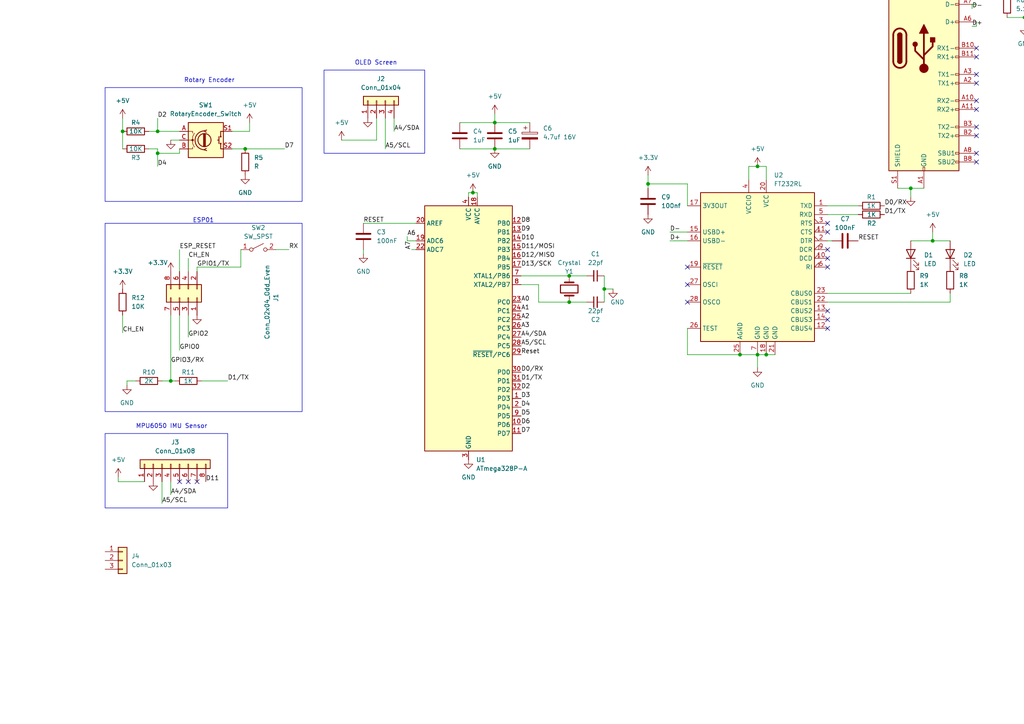
<source format=kicad_sch>
(kicad_sch (version 20230121) (generator eeschema)
  (paper "A4")
  (title_block (rev "v1"))
  (lib_symbols
    (symbol "Connector:USB_C_Plug" (pin_names (offset 1.016))
      (property "Reference" "P" (at -10.16 29.21 0))
      (property "Value" "USB_C_Plug" (at 10.16 29.21 0))
      (symbol "USB_C_Plug_0_0"
        (rectangle (start -0.254 -35.56) (end 0.254 -34.544))
        (rectangle (start 10.16 -32.766) (end 9.144 -33.274))
        (rectangle (start 10.16 -30.226) (end 9.144 -30.734))
        (rectangle (start 10.16 -25.146) (end 9.144 -25.654))
        (rectangle (start 10.16 -22.606) (end 9.144 -23.114))
        (rectangle (start 10.16 -17.526) (end 9.144 -18.034))
        (rectangle (start 10.16 -14.986) (end 9.144 -15.494))
        (rectangle (start 10.16 -9.906) (end 9.144 -10.414))
        (rectangle (start 10.16 -7.366) (end 9.144 -7.874))
        (rectangle (start 10.16 -2.286) (end 9.144 -2.794))
        (rectangle (start 10.16 0.254) (end 9.144 -0.254))
        (rectangle (start 10.16 7.874) (end 9.144 7.366))
        (rectangle (start 10.16 12.954) (end 9.144 12.446))
        (rectangle (start 10.16 18.034) (end 9.144 17.526))
        (rectangle (start 10.16 20.574) (end 9.144 20.066))
        (rectangle (start 10.16 25.654) (end 9.144 25.146))
      )
      (symbol "USB_C_Plug_0_1"
        (rectangle (start -10.16 27.94) (end 10.16 -35.56) (stroke (width 0.254)) (fill (type background)))
        (arc (start -8.89 -3.81) (mid -6.985 -5.7067) (end -5.08 -3.81) (stroke (width 0.508)))
        (arc (start -7.62 -3.81) (mid -6.985 -4.4423) (end -6.35 -3.81) (stroke (width 0.254)))
        (arc (start -7.62 -3.81) (mid -6.985 -4.4423) (end -6.35 -3.81) (stroke (width 0.254)) (fill (type outline)))
        (rectangle (start -7.62 -3.81) (end -6.35 3.81) (stroke (width 0.254)) (fill (type outline)))
        (arc (start -6.35 3.81) (mid -6.985 4.4423) (end -7.62 3.81) (stroke (width 0.254)))
        (arc (start -6.35 3.81) (mid -6.985 4.4423) (end -7.62 3.81) (stroke (width 0.254)) (fill (type outline)))
        (arc (start -5.08 3.81) (mid -6.985 5.7067) (end -8.89 3.81) (stroke (width 0.508)))
        (polyline (pts (xy -8.89 -3.81) (xy -8.89 3.81)) (stroke (width 0.508)))
        (polyline (pts (xy -5.08 3.81) (xy -5.08 -3.81)) (stroke (width 0.508)))
      )
      (symbol "USB_C_Plug_1_1"
        (circle (center -2.54 1.143) (radius 0.635) (stroke (width 0.254)) (fill (type outline)))
        (circle (center 0 -5.842) (radius 1.27) (fill (type outline)))
        (polyline (pts (xy 0 -5.842) (xy 0 4.318)) (stroke (width 0.508)))
        (polyline (pts (xy 0 -3.302) (xy -2.54 -0.762) (xy -2.54 0.508)) (stroke (width 0.508)))
        (polyline (pts (xy 0 -2.032) (xy 2.54 0.508) (xy 2.54 1.778)) (stroke (width 0.508)))
        (polyline (pts (xy -1.27 4.318) (xy 0 6.858) (xy 1.27 4.318) (xy -1.27 4.318)) (stroke (width 0.254)) (fill (type outline)))
        (rectangle (start 1.905 1.778) (end 3.175 3.048) (stroke (width 0.254)) (fill (type outline)))
        (pin passive line (at 0 -40.64 90) (length 5.08) (name "GND") (number "A1"))
        (pin bidirectional line (at 15.24 -15.24 180) (length 5.08) (name "RX2-") (number "A10"))
        (pin bidirectional line (at 15.24 -17.78 180) (length 5.08) (name "RX2+") (number "A11"))
        (pin passive line (at 0 -40.64 90) (length 5.08) hide (name "GND") (number "A12"))
        (pin bidirectional line (at 15.24 -10.16 180) (length 5.08) (name "TX1+") (number "A2"))
        (pin bidirectional line (at 15.24 -7.62 180) (length 5.08) (name "TX1-") (number "A3"))
        (pin passive line (at 15.24 25.4 180) (length 5.08) (name "VBUS") (number "A4"))
        (pin bidirectional line (at 15.24 20.32 180) (length 5.08) (name "CC") (number "A5"))
        (pin bidirectional line (at 15.24 7.62 180) (length 5.08) (name "D+") (number "A6"))
        (pin bidirectional line (at 15.24 12.7 180) (length 5.08) (name "D-") (number "A7"))
        (pin bidirectional line (at 15.24 -30.48 180) (length 5.08) (name "SBU1") (number "A8"))
        (pin passive line (at 15.24 25.4 180) (length 5.08) hide (name "VBUS") (number "A9"))
        (pin passive line (at 0 -40.64 90) (length 5.08) hide (name "GND") (number "B1"))
        (pin bidirectional line (at 15.24 0 180) (length 5.08) (name "RX1-") (number "B10"))
        (pin bidirectional line (at 15.24 -2.54 180) (length 5.08) (name "RX1+") (number "B11"))
        (pin passive line (at 0 -40.64 90) (length 5.08) hide (name "GND") (number "B12"))
        (pin bidirectional line (at 15.24 -25.4 180) (length 5.08) (name "TX2+") (number "B2"))
        (pin bidirectional line (at 15.24 -22.86 180) (length 5.08) (name "TX2-") (number "B3"))
        (pin passive line (at 15.24 25.4 180) (length 5.08) hide (name "VBUS") (number "B4"))
        (pin bidirectional line (at 15.24 17.78 180) (length 5.08) (name "VCONN") (number "B5"))
        (pin bidirectional line (at 15.24 -33.02 180) (length 5.08) (name "SBU2") (number "B8"))
        (pin passive line (at 15.24 25.4 180) (length 5.08) hide (name "VBUS") (number "B9"))
        (pin passive line (at -7.62 -40.64 90) (length 5.08) (name "SHIELD") (number "S1"))
      )
    )
    (symbol "Connector_Generic:Conn_01x03" (pin_names (offset 1.016) hide)
      (property "Reference" "J" (at 0 5.08 0))
      (property "Value" "Conn_01x03" (at 0 -5.08 0))
      (symbol "Conn_01x03_1_1"
        (rectangle (start -1.27 -2.413) (end 0 -2.667) (stroke (width 0.1524)))
        (rectangle (start -1.27 0.127) (end 0 -0.127) (stroke (width 0.1524)))
        (rectangle (start -1.27 2.667) (end 0 2.413) (stroke (width 0.1524)))
        (rectangle (start -1.27 3.81) (end 1.27 -3.81) (stroke (width 0.254)) (fill (type background)))
        (pin passive line (at -5.08 2.54 0) (length 3.81) (name "Pin_1") (number "1"))
        (pin passive line (at -5.08 0 0) (length 3.81) (name "Pin_2") (number "2"))
        (pin passive line (at -5.08 -2.54 0) (length 3.81) (name "Pin_3") (number "3"))
      )
    )
    (symbol "Connector_Generic:Conn_01x04" (pin_names (offset 1.016) hide)
      (property "Reference" "J" (at 0 5.08 0))
      (property "Value" "Conn_01x04" (at 0 -7.62 0))
      (symbol "Conn_01x04_1_1"
        (rectangle (start -1.27 -4.953) (end 0 -5.207) (stroke (width 0.1524)))
        (rectangle (start -1.27 -2.413) (end 0 -2.667) (stroke (width 0.1524)))
        (rectangle (start -1.27 0.127) (end 0 -0.127) (stroke (width 0.1524)))
        (rectangle (start -1.27 2.667) (end 0 2.413) (stroke (width 0.1524)))
        (rectangle (start -1.27 3.81) (end 1.27 -6.35) (stroke (width 0.254)) (fill (type background)))
        (pin passive line (at -5.08 2.54 0) (length 3.81) (name "Pin_1") (number "1"))
        (pin passive line (at -5.08 0 0) (length 3.81) (name "Pin_2") (number "2"))
        (pin passive line (at -5.08 -2.54 0) (length 3.81) (name "Pin_3") (number "3"))
        (pin passive line (at -5.08 -5.08 0) (length 3.81) (name "Pin_4") (number "4"))
      )
    )
    (symbol "Connector_Generic:Conn_01x08" (pin_names (offset 1.016) hide)
      (property "Reference" "J" (at 0 10.16 0))
      (property "Value" "Conn_01x08" (at 0 -12.7 0))
      (symbol "Conn_01x08_1_1"
        (rectangle (start -1.27 -10.033) (end 0 -10.287) (stroke (width 0.1524)))
        (rectangle (start -1.27 -7.493) (end 0 -7.747) (stroke (width 0.1524)))
        (rectangle (start -1.27 -4.953) (end 0 -5.207) (stroke (width 0.1524)))
        (rectangle (start -1.27 -2.413) (end 0 -2.667) (stroke (width 0.1524)))
        (rectangle (start -1.27 0.127) (end 0 -0.127) (stroke (width 0.1524)))
        (rectangle (start -1.27 2.667) (end 0 2.413) (stroke (width 0.1524)))
        (rectangle (start -1.27 5.207) (end 0 4.953) (stroke (width 0.1524)))
        (rectangle (start -1.27 7.747) (end 0 7.493) (stroke (width 0.1524)))
        (rectangle (start -1.27 8.89) (end 1.27 -11.43) (stroke (width 0.254)) (fill (type background)))
        (pin passive line (at -5.08 7.62 0) (length 3.81) (name "Pin_1") (number "1"))
        (pin passive line (at -5.08 5.08 0) (length 3.81) (name "Pin_2") (number "2"))
        (pin passive line (at -5.08 2.54 0) (length 3.81) (name "Pin_3") (number "3"))
        (pin passive line (at -5.08 0 0) (length 3.81) (name "Pin_4") (number "4"))
        (pin passive line (at -5.08 -2.54 0) (length 3.81) (name "Pin_5") (number "5"))
        (pin passive line (at -5.08 -5.08 0) (length 3.81) (name "Pin_6") (number "6"))
        (pin passive line (at -5.08 -7.62 0) (length 3.81) (name "Pin_7") (number "7"))
        (pin passive line (at -5.08 -10.16 0) (length 3.81) (name "Pin_8") (number "8"))
      )
    )
    (symbol "Connector_Generic:Conn_02x04_Odd_Even" (pin_names (offset 1.016) hide)
      (property "Reference" "J" (at 1.27 5.08 0))
      (property "Value" "Conn_02x04_Odd_Even" (at 1.27 -7.62 0))
      (symbol "Conn_02x04_Odd_Even_1_1"
        (rectangle (start -1.27 -4.953) (end 0 -5.207) (stroke (width 0.1524)))
        (rectangle (start -1.27 -2.413) (end 0 -2.667) (stroke (width 0.1524)))
        (rectangle (start -1.27 0.127) (end 0 -0.127) (stroke (width 0.1524)))
        (rectangle (start -1.27 2.667) (end 0 2.413) (stroke (width 0.1524)))
        (rectangle (start -1.27 3.81) (end 3.81 -6.35) (stroke (width 0.254)) (fill (type background)))
        (rectangle (start 3.81 -4.953) (end 2.54 -5.207) (stroke (width 0.1524)))
        (rectangle (start 3.81 -2.413) (end 2.54 -2.667) (stroke (width 0.1524)))
        (rectangle (start 3.81 0.127) (end 2.54 -0.127) (stroke (width 0.1524)))
        (rectangle (start 3.81 2.667) (end 2.54 2.413) (stroke (width 0.1524)))
        (pin passive line (at -5.08 2.54 0) (length 3.81) (name "Pin_1") (number "1"))
        (pin passive line (at 7.62 2.54 180) (length 3.81) (name "Pin_2") (number "2"))
        (pin passive line (at -5.08 0 0) (length 3.81) (name "Pin_3") (number "3"))
        (pin passive line (at 7.62 0 180) (length 3.81) (name "Pin_4") (number "4"))
        (pin passive line (at -5.08 -2.54 0) (length 3.81) (name "Pin_5") (number "5"))
        (pin passive line (at 7.62 -2.54 180) (length 3.81) (name "Pin_6") (number "6"))
        (pin passive line (at -5.08 -5.08 0) (length 3.81) (name "Pin_7") (number "7"))
        (pin passive line (at 7.62 -5.08 180) (length 3.81) (name "Pin_8") (number "8"))
      )
    )
    (symbol "Device:C" (pin_numbers hide) (pin_names (offset 0.254))
      (property "Reference" "C" (at 0.635 2.54 0))
      (property "Value" "C" (at 0.635 -2.54 0))
      (symbol "C_0_1"
        (polyline (pts (xy -2.032 -0.762) (xy 2.032 -0.762)) (stroke (width 0.508)))
        (polyline (pts (xy -2.032 0.762) (xy 2.032 0.762)) (stroke (width 0.508)))
      )
      (symbol "C_1_1"
        (pin passive line (at 0 3.81 270) (length 2.794) (name "~") (number "1"))
        (pin passive line (at 0 -3.81 90) (length 2.794) (name "~") (number "2"))
      )
    )
    (symbol "Device:C_Polarized" (pin_numbers hide) (pin_names (offset 0.254))
      (property "Reference" "C" (at 0.635 2.54 0))
      (property "Value" "C_Polarized" (at 0.635 -2.54 0))
      (symbol "C_Polarized_0_1"
        (rectangle (start -2.286 0.508) (end 2.286 1.016))
        (polyline (pts (xy -1.778 2.286) (xy -0.762 2.286)))
        (polyline (pts (xy -1.27 2.794) (xy -1.27 1.778)))
        (rectangle (start 2.286 -0.508) (end -2.286 -1.016) (fill (type outline)))
      )
      (symbol "C_Polarized_1_1"
        (pin passive line (at 0 3.81 270) (length 2.794) (name "~") (number "1"))
        (pin passive line (at 0 -3.81 90) (length 2.794) (name "~") (number "2"))
      )
    )
    (symbol "Device:C_Small" (pin_numbers hide) (pin_names (offset 0.254) hide)
      (property "Reference" "C" (at 0.254 1.778 0))
      (property "Value" "C_Small" (at 0.254 -2.032 0))
      (symbol "C_Small_0_1"
        (polyline (pts (xy -1.524 -0.508) (xy 1.524 -0.508)) (stroke (width 0.3302)))
        (polyline (pts (xy -1.524 0.508) (xy 1.524 0.508)) (stroke (width 0.3048)))
      )
      (symbol "C_Small_1_1"
        (pin passive line (at 0 2.54 270) (length 2.032) (name "~") (number "1"))
        (pin passive line (at 0 -2.54 90) (length 2.032) (name "~") (number "2"))
      )
    )
    (symbol "Device:Crystal" (pin_numbers hide) (pin_names (offset 1.016) hide)
      (property "Reference" "Y" (at 0 3.81 0))
      (property "Value" "Crystal" (at 0 -3.81 0))
      (symbol "Crystal_0_1"
        (rectangle (start -1.143 2.54) (end 1.143 -2.54) (stroke (width 0.3048)))
        (polyline (pts (xy -2.54 0) (xy -1.905 0)))
        (polyline (pts (xy -1.905 -1.27) (xy -1.905 1.27)) (stroke (width 0.508)))
        (polyline (pts (xy 1.905 -1.27) (xy 1.905 1.27)) (stroke (width 0.508)))
        (polyline (pts (xy 2.54 0) (xy 1.905 0)))
      )
      (symbol "Crystal_1_1"
        (pin passive line (at -3.81 0 0) (length 1.27) (name "1") (number "1"))
        (pin passive line (at 3.81 0 180) (length 1.27) (name "2") (number "2"))
      )
    )
    (symbol "Device:LED" (pin_numbers hide) (pin_names (offset 1.016) hide)
      (property "Reference" "D" (at 0 2.54 0))
      (property "Value" "LED" (at 0 -2.54 0))
      (symbol "LED_0_1"
        (polyline (pts (xy -1.27 -1.27) (xy -1.27 1.27)) (stroke (width 0.254)))
        (polyline (pts (xy -1.27 0) (xy 1.27 0)))
        (polyline (pts (xy 1.27 -1.27) (xy 1.27 1.27) (xy -1.27 0) (xy 1.27 -1.27)) (stroke (width 0.254)))
        (polyline (pts (xy -3.048 -0.762) (xy -4.572 -2.286) (xy -3.81 -2.286) (xy -4.572 -2.286) (xy -4.572 -1.524)))
        (polyline (pts (xy -1.778 -0.762) (xy -3.302 -2.286) (xy -2.54 -2.286) (xy -3.302 -2.286) (xy -3.302 -1.524)))
      )
      (symbol "LED_1_1"
        (pin passive line (at -3.81 0 0) (length 2.54) (name "K") (number "1"))
        (pin passive line (at 3.81 0 180) (length 2.54) (name "A") (number "2"))
      )
    )
    (symbol "Device:R" (pin_numbers hide) (pin_names (offset 0))
      (property "Reference" "R" (at 2.032 0 90))
      (property "Value" "R" (at 0 0 90))
      (symbol "R_0_1"
        (rectangle (start -1.016 -2.54) (end 1.016 2.54) (stroke (width 0.254)))
      )
      (symbol "R_1_1"
        (pin passive line (at 0 3.81 270) (length 1.27) (name "~") (number "1"))
        (pin passive line (at 0 -3.81 90) (length 1.27) (name "~") (number "2"))
      )
    )
    (symbol "Device:RotaryEncoder_Switch" (pin_names (offset 0.254) hide)
      (property "Reference" "SW" (at 0 6.604 0))
      (property "Value" "RotaryEncoder_Switch" (at 0 -6.604 0))
      (symbol "RotaryEncoder_Switch_0_1"
        (rectangle (start -5.08 5.08) (end 5.08 -5.08) (stroke (width 0.254)) (fill (type background)))
        (circle (center -3.81 0) (radius 0.254) (fill (type outline)))
        (circle (center -0.381 0) (radius 1.905) (stroke (width 0.254)))
        (arc (start -0.381 2.667) (mid -3.0988 -0.0635) (end -0.381 -2.794) (stroke (width 0.254)))
        (polyline (pts (xy -0.635 -1.778) (xy -0.635 1.778)) (stroke (width 0.254)))
        (polyline (pts (xy -0.381 -1.778) (xy -0.381 1.778)) (stroke (width 0.254)))
        (polyline (pts (xy -0.127 1.778) (xy -0.127 -1.778)) (stroke (width 0.254)))
        (polyline (pts (xy 3.81 0) (xy 3.429 0)) (stroke (width 0.254)))
        (polyline (pts (xy 3.81 1.016) (xy 3.81 -1.016)) (stroke (width 0.254)))
        (polyline (pts (xy -5.08 -2.54) (xy -3.81 -2.54) (xy -3.81 -2.032)))
        (polyline (pts (xy -5.08 2.54) (xy -3.81 2.54) (xy -3.81 2.032)))
        (polyline (pts (xy 0.254 -3.048) (xy -0.508 -2.794) (xy 0.127 -2.413)) (stroke (width 0.254)))
        (polyline (pts (xy 0.254 2.921) (xy -0.508 2.667) (xy 0.127 2.286)) (stroke (width 0.254)))
        (polyline (pts (xy 5.08 -2.54) (xy 4.318 -2.54) (xy 4.318 -1.016)) (stroke (width 0.254)))
        (polyline (pts (xy 5.08 2.54) (xy 4.318 2.54) (xy 4.318 1.016)) (stroke (width 0.254)))
        (polyline (pts (xy -5.08 0) (xy -3.81 0) (xy -3.81 -1.016) (xy -3.302 -2.032)))
        (polyline (pts (xy -4.318 0) (xy -3.81 0) (xy -3.81 1.016) (xy -3.302 2.032)))
        (circle (center 4.318 -1.016) (radius 0.127) (stroke (width 0.254)))
        (circle (center 4.318 1.016) (radius 0.127) (stroke (width 0.254)))
      )
      (symbol "RotaryEncoder_Switch_1_1"
        (pin passive line (at -7.62 2.54 0) (length 2.54) (name "A") (number "A"))
        (pin passive line (at -7.62 -2.54 0) (length 2.54) (name "B") (number "B"))
        (pin passive line (at -7.62 0 0) (length 2.54) (name "C") (number "C"))
        (pin passive line (at 7.62 2.54 180) (length 2.54) (name "S1") (number "S1"))
        (pin passive line (at 7.62 -2.54 180) (length 2.54) (name "S2") (number "S2"))
      )
    )
    (symbol "Interface_USB:FT232RL"
      (property "Reference" "U" (at -16.51 22.86 0))
      (property "Value" "FT232RL" (at 10.16 22.86 0))
      (symbol "FT232RL_0_1"
        (rectangle (start -16.51 21.59) (end 16.51 -21.59) (stroke (width 0.254)) (fill (type background)))
      )
      (symbol "FT232RL_1_1"
        (pin output line (at 20.32 17.78 180) (length 3.81) (name "TXD") (number "1"))
        (pin input input_low (at 20.32 2.54 180) (length 3.81) (name "DCD") (number "10"))
        (pin input input_low (at 20.32 10.16 180) (length 3.81) (name "CTS") (number "11"))
        (pin bidirectional line (at 20.32 -17.78 180) (length 3.81) (name "CBUS4") (number "12"))
        (pin bidirectional line (at 20.32 -12.7 180) (length 3.81) (name "CBUS2") (number "13"))
        (pin bidirectional line (at 20.32 -15.24 180) (length 3.81) (name "CBUS3") (number "14"))
        (pin bidirectional line (at -20.32 10.16 0) (length 3.81) (name "USBD+") (number "15"))
        (pin bidirectional line (at -20.32 7.62 0) (length 3.81) (name "USBD-") (number "16"))
        (pin power_out line (at -20.32 17.78 0) (length 3.81) (name "3V3OUT") (number "17"))
        (pin power_in line (at 2.54 -25.4 90) (length 3.81) (name "GND") (number "18"))
        (pin input line (at -20.32 0 0) (length 3.81) (name "~{RESET}") (number "19"))
        (pin output output_low (at 20.32 7.62 180) (length 3.81) (name "DTR") (number "2"))
        (pin power_in line (at 2.54 25.4 270) (length 3.81) (name "VCC") (number "20"))
        (pin power_in line (at 5.08 -25.4 90) (length 3.81) (name "GND") (number "21"))
        (pin bidirectional line (at 20.32 -10.16 180) (length 3.81) (name "CBUS1") (number "22"))
        (pin bidirectional line (at 20.32 -7.62 180) (length 3.81) (name "CBUS0") (number "23"))
        (pin power_in line (at -5.08 -25.4 90) (length 3.81) (name "AGND") (number "25"))
        (pin input line (at -20.32 -17.78 0) (length 3.81) (name "TEST") (number "26"))
        (pin input line (at -20.32 -5.08 0) (length 3.81) (name "OSCI") (number "27"))
        (pin output line (at -20.32 -10.16 0) (length 3.81) (name "OSCO") (number "28"))
        (pin output output_low (at 20.32 12.7 180) (length 3.81) (name "RTS") (number "3"))
        (pin power_in line (at -2.54 25.4 270) (length 3.81) (name "VCCIO") (number "4"))
        (pin input line (at 20.32 15.24 180) (length 3.81) (name "RXD") (number "5"))
        (pin input input_low (at 20.32 0 180) (length 3.81) (name "RI") (number "6"))
        (pin power_in line (at 0 -25.4 90) (length 3.81) (name "GND") (number "7"))
        (pin input input_low (at 20.32 5.08 180) (length 3.81) (name "DCR") (number "9"))
      )
    )
    (symbol "MCU_Microchip_ATmega:ATmega328P-A"
      (property "Reference" "U" (at -12.7 36.83 0))
      (property "Value" "ATmega328P-A" (at 2.54 -36.83 0))
      (symbol "ATmega328P-A_0_1"
        (rectangle (start -12.7 -35.56) (end 12.7 35.56) (stroke (width 0.254)) (fill (type background)))
      )
      (symbol "ATmega328P-A_1_1"
        (pin bidirectional line (at 15.24 -20.32 180) (length 2.54) (name "PD3") (number "1"))
        (pin bidirectional line (at 15.24 -27.94 180) (length 2.54) (name "PD6") (number "10"))
        (pin bidirectional line (at 15.24 -30.48 180) (length 2.54) (name "PD7") (number "11"))
        (pin bidirectional line (at 15.24 30.48 180) (length 2.54) (name "PB0") (number "12"))
        (pin bidirectional line (at 15.24 27.94 180) (length 2.54) (name "PB1") (number "13"))
        (pin bidirectional line (at 15.24 25.4 180) (length 2.54) (name "PB2") (number "14"))
        (pin bidirectional line (at 15.24 22.86 180) (length 2.54) (name "PB3") (number "15"))
        (pin bidirectional line (at 15.24 20.32 180) (length 2.54) (name "PB4") (number "16"))
        (pin bidirectional line (at 15.24 17.78 180) (length 2.54) (name "PB5") (number "17"))
        (pin power_in line (at 2.54 38.1 270) (length 2.54) (name "AVCC") (number "18"))
        (pin input line (at -15.24 25.4 0) (length 2.54) (name "ADC6") (number "19"))
        (pin bidirectional line (at 15.24 -22.86 180) (length 2.54) (name "PD4") (number "2"))
        (pin passive line (at -15.24 30.48 0) (length 2.54) (name "AREF") (number "20"))
        (pin passive line (at 0 -38.1 90) (length 2.54) hide (name "GND") (number "21"))
        (pin input line (at -15.24 22.86 0) (length 2.54) (name "ADC7") (number "22"))
        (pin bidirectional line (at 15.24 7.62 180) (length 2.54) (name "PC0") (number "23"))
        (pin bidirectional line (at 15.24 5.08 180) (length 2.54) (name "PC1") (number "24"))
        (pin bidirectional line (at 15.24 2.54 180) (length 2.54) (name "PC2") (number "25"))
        (pin bidirectional line (at 15.24 0 180) (length 2.54) (name "PC3") (number "26"))
        (pin bidirectional line (at 15.24 -2.54 180) (length 2.54) (name "PC4") (number "27"))
        (pin bidirectional line (at 15.24 -5.08 180) (length 2.54) (name "PC5") (number "28"))
        (pin bidirectional line (at 15.24 -7.62 180) (length 2.54) (name "~{RESET}/PC6") (number "29"))
        (pin power_in line (at 0 -38.1 90) (length 2.54) (name "GND") (number "3"))
        (pin bidirectional line (at 15.24 -12.7 180) (length 2.54) (name "PD0") (number "30"))
        (pin bidirectional line (at 15.24 -15.24 180) (length 2.54) (name "PD1") (number "31"))
        (pin bidirectional line (at 15.24 -17.78 180) (length 2.54) (name "PD2") (number "32"))
        (pin power_in line (at 0 38.1 270) (length 2.54) (name "VCC") (number "4"))
        (pin passive line (at 0 -38.1 90) (length 2.54) hide (name "GND") (number "5"))
        (pin passive line (at 0 38.1 270) (length 2.54) hide (name "VCC") (number "6"))
        (pin bidirectional line (at 15.24 15.24 180) (length 2.54) (name "XTAL1/PB6") (number "7"))
        (pin bidirectional line (at 15.24 12.7 180) (length 2.54) (name "XTAL2/PB7") (number "8"))
        (pin bidirectional line (at 15.24 -25.4 180) (length 2.54) (name "PD5") (number "9"))
      )
    )
    (symbol "Switch:SW_SPST" (pin_names (offset 0) hide)
      (property "Reference" "SW" (at 0 3.175 0))
      (property "Value" "SW_SPST" (at 0 -2.54 0))
      (symbol "SW_SPST_0_0"
        (circle (center -2.032 0) (radius 0.508))
        (polyline (pts (xy -1.524 0.254) (xy 1.524 1.778)))
        (circle (center 2.032 0) (radius 0.508))
      )
      (symbol "SW_SPST_1_1"
        (pin passive line (at -5.08 0 0) (length 2.54) (name "A") (number "1"))
        (pin passive line (at 5.08 0 180) (length 2.54) (name "B") (number "2"))
      )
    )
    (symbol "power:+3.3V" (power) (pin_names (offset 0))
      (property "Value" "+3.3V" (at 0 3.556 0))
      (symbol "+3.3V_0_1"
        (polyline (pts (xy -0.762 1.27) (xy 0 2.54)))
        (polyline (pts (xy 0 0) (xy 0 2.54)))
        (polyline (pts (xy 0 2.54) (xy 0.762 1.27)))
      )
      (symbol "+3.3V_1_1"
        (pin power_in line (at 0 0 90) (length 0) hide (name "+3.3V") (number "1"))
      )
    )
    (symbol "power:+5V" (power) (pin_names (offset 0))
      (property "Value" "+5V" (at 0 3.556 0))
      (symbol "+5V_0_1"
        (polyline (pts (xy -0.762 1.27) (xy 0 2.54)))
        (polyline (pts (xy 0 0) (xy 0 2.54)))
        (polyline (pts (xy 0 2.54) (xy 0.762 1.27)))
      )
      (symbol "+5V_1_1"
        (pin power_in line (at 0 0 90) (length 0) hide (name "+5V") (number "1"))
      )
    )
    (symbol "power:GND" (power) (pin_names (offset 0))
      (property "Value" "GND" (at 0 -3.81 0))
      (symbol "GND_0_1"
        (polyline (pts (xy 0 0) (xy 0 -1.27) (xy 1.27 -1.27) (xy 0 -2.54) (xy -1.27 -1.27) (xy 0 -1.27)))
      )
      (symbol "GND_1_1"
        (pin power_in line (at 0 0 270) (length 0) hide (name "GND") (number "1"))
      )
    )
  )
  (junction (at 222.25 102.87))
  (junction (at 71.12 43.18))
  (junction (at 137.16 55.88))
  (junction (at 45.72 44.45))
  (junction (at 175.26 83.82))
  (junction (at 165.1 80.01))
  (junction (at 297.18 5.08))
  (junction (at 165.1 87.63))
  (junction (at 219.71 102.87))
  (junction (at 288.29 -3.81))
  (junction (at 35.56 38.1))
  (junction (at 187.96 53.34))
  (junction (at 270.51 69.85))
  (junction (at 143.51 43.18))
  (junction (at 45.72 38.1))
  (junction (at 49.53 110.49))
  (junction (at 283.21 -3.81))
  (junction (at 264.16 54.61))
  (junction (at 214.63 102.87))
  (junction (at 313.69 -10.16))
  (junction (at 143.51 35.56))
  (junction (at 219.71 48.26))
  (no_connect (at 52.07 139.7))
  (no_connect (at 240.03 64.77))
  (no_connect (at 240.03 90.17))
  (no_connect (at 240.03 92.71))
  (no_connect (at 283.21 36.83))
  (no_connect (at 283.21 44.45))
  (no_connect (at 283.21 13.97))
  (no_connect (at 240.03 67.31))
  (no_connect (at 199.39 77.47))
  (no_connect (at 199.39 87.63))
  (no_connect (at 283.21 46.99))
  (no_connect (at 240.03 77.47))
  (no_connect (at 57.15 139.7))
  (no_connect (at 283.21 16.51))
  (no_connect (at 283.21 31.75))
  (no_connect (at 283.21 24.13))
  (no_connect (at 283.21 21.59))
  (no_connect (at 54.61 139.7))
  (no_connect (at 240.03 72.39))
  (no_connect (at 240.03 95.25))
  (no_connect (at 283.21 39.37))
  (no_connect (at 283.21 29.21))
  (no_connect (at 199.39 82.55))
  (no_connect (at 240.03 74.93))
  (wire (pts (xy 52.07 72.39) (xy 52.07 78.74)))
  (wire (pts (xy 118.11 68.58) (xy 118.11 69.85)))
  (wire (pts (xy 34.29 139.7) (xy 34.29 138.43)))
  (wire (pts (xy 297.18 5.08) (xy 297.18 7.62)))
  (wire (pts (xy 270.51 67.31) (xy 270.51 69.85)))
  (wire (pts (xy 222.25 52.07) (xy 222.25 48.26)))
  (wire (pts (xy 49.53 91.44) (xy 49.53 110.49)))
  (wire (pts (xy 135.89 55.88) (xy 135.89 57.15)))
  (wire (pts (xy 199.39 59.69) (xy 199.39 53.34)))
  (wire (pts (xy 41.91 139.7) (xy 34.29 139.7)))
  (wire (pts (xy 54.61 74.93) (xy 54.61 78.74)))
  (wire (pts (xy 222.25 102.87) (xy 224.79 102.87)))
  (wire (pts (xy 264.16 69.85) (xy 270.51 69.85)))
  (wire (pts (xy 49.53 110.49) (xy 50.8 110.49)))
  (wire (pts (xy 288.29 -2.54) (xy 292.1 -2.54)))
  (wire (pts (xy 137.16 55.88) (xy 135.89 55.88)))
  (wire (pts (xy 133.35 35.56) (xy 143.51 35.56)))
  (wire (pts (xy 118.11 69.85) (xy 120.65 69.85)))
  (wire (pts (xy 217.17 48.26) (xy 219.71 48.26)))
  (wire (pts (xy 217.17 52.07) (xy 217.17 48.26)))
  (wire (pts (xy 199.39 102.87) (xy 214.63 102.87)))
  (wire (pts (xy 283.21 -3.81) (xy 283.21 -6.35)))
  (wire (pts (xy 105.41 72.39) (xy 105.41 73.66)))
  (wire (pts (xy 194.31 67.31) (xy 199.39 67.31)))
  (wire (pts (xy 111.76 34.29) (xy 111.76 43.18)))
  (wire (pts (xy 138.43 57.15) (xy 138.43 55.88)))
  (wire (pts (xy 289.56 -10.16) (xy 313.69 -10.16)))
  (wire (pts (xy 289.56 -11.43) (xy 289.56 -10.16)))
  (wire (pts (xy 151.13 80.01) (xy 165.1 80.01)))
  (wire (pts (xy 300.99 -3.81) (xy 300.99 -2.54)))
  (wire (pts (xy 156.21 87.63) (xy 165.1 87.63)))
  (wire (pts (xy 45.72 44.45) (xy 45.72 48.26)))
  (wire (pts (xy 165.1 87.63) (xy 170.18 87.63)))
  (wire (pts (xy 313.69 -15.24) (xy 313.69 -10.16)))
  (wire (pts (xy 270.51 69.85) (xy 275.59 69.85)))
  (wire (pts (xy 187.96 50.8) (xy 187.96 53.34)))
  (wire (pts (xy 52.07 44.45) (xy 52.07 43.18)))
  (wire (pts (xy 156.21 82.55) (xy 156.21 87.63)))
  (wire (pts (xy 109.22 40.64) (xy 99.06 40.64)))
  (wire (pts (xy 80.01 72.39) (xy 83.82 72.39)))
  (wire (pts (xy 175.26 83.82) (xy 175.26 87.63)))
  (wire (pts (xy 260.35 54.61) (xy 264.16 54.61)))
  (wire (pts (xy 275.59 87.63) (xy 275.59 85.09)))
  (wire (pts (xy 288.29 -3.81) (xy 300.99 -3.81)))
  (wire (pts (xy 119.38 72.39) (xy 120.65 72.39)))
  (wire (pts (xy 194.31 69.85) (xy 199.39 69.85)))
  (wire (pts (xy 45.72 38.1) (xy 52.07 38.1)))
  (wire (pts (xy 219.71 102.87) (xy 219.71 106.68)))
  (wire (pts (xy 283.21 6.35) (xy 283.21 7.62)))
  (wire (pts (xy 240.03 87.63) (xy 275.59 87.63)))
  (wire (pts (xy 165.1 80.01) (xy 170.18 80.01)))
  (wire (pts (xy 45.72 34.29) (xy 45.72 38.1)))
  (wire (pts (xy 138.43 55.88) (xy 137.16 55.88)))
  (wire (pts (xy 199.39 95.25) (xy 199.39 102.87)))
  (wire (pts (xy 281.94 1.27) (xy 281.94 2.54)))
  (wire (pts (xy 292.1 5.08) (xy 297.18 5.08)))
  (wire (pts (xy 49.53 139.7) (xy 49.53 143.51)))
  (wire (pts (xy 214.63 102.87) (xy 219.71 102.87)))
  (wire (pts (xy 219.71 102.87) (xy 222.25 102.87)))
  (wire (pts (xy 175.26 83.82) (xy 177.8 83.82)))
  (wire (pts (xy 283.21 7.62) (xy 281.94 7.62)))
  (wire (pts (xy 283.21 1.27) (xy 281.94 1.27)))
  (wire (pts (xy 35.56 91.44) (xy 35.56 96.52)))
  (wire (pts (xy 133.35 43.18) (xy 143.51 43.18)))
  (wire (pts (xy 36.83 110.49) (xy 36.83 111.76)))
  (wire (pts (xy 175.26 80.01) (xy 175.26 83.82)))
  (wire (pts (xy 43.18 43.18) (xy 45.72 43.18)))
  (wire (pts (xy 240.03 69.85) (xy 241.3 69.85)))
  (wire (pts (xy 240.03 59.69) (xy 248.92 59.69)))
  (wire (pts (xy 143.51 35.56) (xy 153.67 35.56)))
  (wire (pts (xy 109.22 34.29) (xy 109.22 40.64)))
  (wire (pts (xy 69.85 72.39) (xy 69.85 77.47)))
  (wire (pts (xy 46.99 139.7) (xy 46.99 146.05)))
  (wire (pts (xy 71.12 43.18) (xy 82.55 43.18)))
  (wire (pts (xy 45.72 43.18) (xy 45.72 44.45)))
  (wire (pts (xy 58.42 110.49) (xy 66.04 110.49)))
  (wire (pts (xy 72.39 38.1) (xy 72.39 35.56)))
  (wire (pts (xy 54.61 91.44) (xy 54.61 97.79)))
  (wire (pts (xy 288.29 -3.81) (xy 288.29 -2.54)))
  (wire (pts (xy 222.25 48.26) (xy 219.71 48.26)))
  (wire (pts (xy 143.51 43.18) (xy 153.67 43.18)))
  (wire (pts (xy 67.31 38.1) (xy 72.39 38.1)))
  (wire (pts (xy 288.29 -3.81) (xy 283.21 -3.81)))
  (wire (pts (xy 45.72 44.45) (xy 52.07 44.45)))
  (wire (pts (xy 240.03 62.23) (xy 248.92 62.23)))
  (wire (pts (xy 297.18 5.08) (xy 300.99 5.08)))
  (wire (pts (xy 264.16 54.61) (xy 264.16 57.15)))
  (wire (pts (xy 187.96 53.34) (xy 187.96 54.61)))
  (wire (pts (xy 49.53 40.64) (xy 52.07 40.64)))
  (wire (pts (xy 35.56 34.29) (xy 35.56 38.1)))
  (wire (pts (xy 114.3 34.29) (xy 114.3 38.1)))
  (wire (pts (xy 69.85 77.47) (xy 57.15 77.47)))
  (wire (pts (xy 105.41 64.77) (xy 120.65 64.77)))
  (wire (pts (xy 52.07 91.44) (xy 52.07 101.6)))
  (wire (pts (xy 35.56 38.1) (xy 35.56 43.18)))
  (wire (pts (xy 143.51 33.02) (xy 143.51 35.56)))
  (wire (pts (xy 151.13 82.55) (xy 156.21 82.55)))
  (wire (pts (xy 264.16 54.61) (xy 267.97 54.61)))
  (wire (pts (xy 43.18 38.1) (xy 45.72 38.1)))
  (wire (pts (xy 67.31 43.18) (xy 71.12 43.18)))
  (wire (pts (xy 39.37 110.49) (xy 36.83 110.49)))
  (wire (pts (xy 240.03 85.09) (xy 264.16 85.09)))
  (wire (pts (xy 199.39 53.34) (xy 187.96 53.34)))
  (wire (pts (xy 46.99 110.49) (xy 49.53 110.49)))
  (wire (pts (xy 57.15 77.47) (xy 57.15 78.74)))
  (wire (pts (xy 283.21 -11.43) (xy 289.56 -11.43)))
  (rectangle (start 30.48 125.73) (end 66.04 147.32))
  (rectangle (start 93.98 20.32) (end 123.19 44.45))
  (rectangle (start 30.48 64.77) (end 87.63 119.38))
  (rectangle (start 30.48 25.4) (end 87.63 58.42))
  (text "OLED Screen" (at 102.87 19.05 0) (effects (font (size 1.27 1.27)) (justify left bottom)))
  (text "MPU6050 IMU Sensor" (at 39.37 124.46 0) (effects (font (size 1.27 1.27)) (justify left bottom)))
  (text "ESP01" (at 55.88 64.77 0) (effects (font (size 1.27 1.27)) (justify left bottom)))
  (text "Rotary Encoder" (at 53.34 24.13 0) (effects (font (size 1.27 1.27)) (justify left bottom)))
  (label "GPIO3{slash}RX" (at 49.53 105.41 0))
  (label "D+" (at 194.31 69.85 0))
  (label "D-" (at 194.31 67.31 0))
  (label "CH_EN" (at 35.56 96.52 0))
  (label "GPIO2" (at 54.61 97.79 0))
  (label "D3" (at 151.13 115.57 0))
  (label "D0{slash}RX" (at 256.54 59.69 0))
  (label "A5{slash}SCL" (at 46.99 146.05 0))
  (label "D+" (at 281.94 7.62 0))
  (label "CH_EN" (at 54.61 74.93 0))
  (label "RESET" (at 248.92 69.85 0))
  (label "A5{slash}SCL" (at 151.13 100.33 0))
  (label "RX" (at 83.82 72.39 0))
  (label "A3" (at 151.13 95.25 0))
  (label "Reset" (at 151.13 102.87 0))
  (label "D0{slash}RX" (at 151.13 107.95 0))
  (label "D1{slash}TX" (at 66.04 110.49 0))
  (label "D10" (at 151.13 69.85 0))
  (label "D4" (at 45.72 48.26 0))
  (label "A4{slash}SDA" (at 151.13 97.79 0))
  (label "D11" (at 59.69 139.7 0))
  (label "D5" (at 151.13 120.65 0))
  (label "D2" (at 151.13 113.03 0))
  (label "D12{slash}MISO" (at 151.13 74.93 0))
  (label "D-" (at 281.94 2.54 0))
  (label "D9" (at 151.13 67.31 0))
  (label "GPIO0" (at 52.07 101.6 0))
  (label "D11{slash}MOSI" (at 151.13 72.39 0))
  (label "A4{slash}SDA" (at 114.3 38.1 0))
  (label "A7" (at 119.38 72.39 90))
  (label "D8" (at 151.13 64.77 0))
  (label "D6" (at 151.13 123.19 0))
  (label "ESP_RESET" (at 52.07 72.39 0))
  (label "D7" (at 82.55 43.18 0))
  (label "A4{slash}SDA" (at 49.53 143.51 0))
  (label "A5{slash}SCL" (at 111.76 43.18 0))
  (label "D4" (at 151.13 118.11 0))
  (label "RESET" (at 105.41 64.77 0))
  (label "A2" (at 151.13 92.71 0))
  (label "A6" (at 118.11 68.58 0))
  (label "D7" (at 151.13 125.73 0))
  (label "D13{slash}SCK" (at 151.13 77.47 0))
  (label "A1" (at 151.13 90.17 0))
  (label "D2" (at 45.72 34.29 0))
  (label "GPIO1{slash}TX" (at 57.15 77.47 0))
  (label "D1{slash}TX" (at 151.13 110.49 0))
  (label "A0" (at 151.13 87.63 0))
  (label "D1{slash}TX" (at 256.54 62.23 0))
  (symbol (lib_id "Device:C") (at 143.51 39.37 0) (unit 1)
    (property "Reference" "C5" (at 147.32 38.1 0) (effects (justify left)))
    (property "Value" "1uF" (at 147.32 40.64 0) (effects (justify left)))
  )
  (symbol (lib_id "Device:R") (at 39.37 38.1 90) (mirror x) (unit 1)
    (property "Reference" "R4" (at 39.37 35.56 90))
    (property "Value" "10K" (at 39.37 38.1 90))
  )
  (symbol (lib_id "Device:R") (at 292.1 1.27 0) (unit 1)
    (property "Reference" "R6" (at 294.64 0 0) (effects (justify left)))
    (property "Value" "5.1K" (at 294.64 2.54 0) (effects (justify left)))
  )
  (symbol (lib_id "power:GND") (at 44.45 139.7 0) (unit 1)
    (property "Reference" "#PWR027" (effects hide))
    (property "Value" "GND" (effects hide))
  )
  (symbol (lib_id "Device:RotaryEncoder_Switch") (at 59.69 40.64 0) (unit 1)
    (property "Reference" "SW1" (at 59.69 30.48 0))
    (property "Value" "RotaryEncoder_Switch" (at 59.69 33.02 0))
  )
  (symbol (lib_id "power:GND") (at 143.51 43.18 0) (unit 1)
    (property "Reference" "#PWR04" (effects hide))
    (property "Value" "GND" (at 143.51 48.26 0))
  )
  (symbol (lib_id "power:GND") (at 264.16 57.15 0) (unit 1)
    (property "Reference" "#PWR016" (effects hide))
    (property "Value" "GND" (effects hide))
  )
  (symbol (lib_id "power:GND") (at 106.68 34.29 0) (unit 1)
    (property "Reference" "#PWR022" (effects hide))
    (property "Value" "GND" (effects hide))
  )
  (symbol (lib_id "Device:C") (at 313.69 -6.35 0) (unit 1)
    (property "Reference" "C8" (at 317.5 -7.62 0) (effects (justify left)))
    (property "Value" "C" (at 317.5 -5.08 0) (effects (justify left)))
  )
  (symbol (lib_id "power:+5V") (at 143.51 33.02 0) (unit 1)
    (property "Reference" "#PWR05" (effects hide))
    (property "Value" "+5V" (at 143.51 27.94 0))
  )
  (symbol (lib_id "Device:R") (at 71.12 46.99 0) (unit 1)
    (property "Reference" "R5" (at 73.66 45.72 0) (effects (justify left)))
    (property "Value" "R" (at 73.66 48.26 0) (effects (justify left)))
  )
  (symbol (lib_id "power:+5V") (at 219.71 48.26 0) (unit 1)
    (property "Reference" "#PWR08" (effects hide))
    (property "Value" "+5V" (at 219.71 43.18 0))
  )
  (symbol (lib_id "power:GND") (at 219.71 106.68 0) (unit 1)
    (property "Reference" "#PWR07" (effects hide))
    (property "Value" "GND" (at 219.71 111.76 0))
  )
  (symbol (lib_id "Device:LED") (at 264.16 73.66 90) (unit 1)
    (property "Reference" "D1" (at 267.97 73.9775 90) (effects (justify right)))
    (property "Value" "LED" (at 267.97 76.5175 90) (effects (justify right)))
  )
  (symbol (lib_id "MCU_Microchip_ATmega:ATmega328P-A") (at 135.89 95.25 0) (unit 1)
    (property "Reference" "U1" (at 138.0841 133.35 0) (effects (justify left)))
    (property "Value" "ATmega328P-A" (at 138.0841 135.89 0) (effects (justify left)))
    (property "Footprint" "Package_QFP:TQFP-32_7x7mm_P0.8mm" (effects hide))
    (property "Datasheet" "http://ww1.microchip.com/downloads/en/DeviceDoc/ATmega328_P%20AVR%20MCU%20with%20picoPower%20Technology%20Data%20Sheet%2040001984A.pdf" (effects hide))
  )
  (symbol (lib_id "Device:R") (at 252.73 62.23 270) (mirror x) (unit 1)
    (property "Reference" "R2" (at 251.46 64.77 90) (effects (justify left)))
    (property "Value" "1K" (at 251.46 62.23 90) (effects (justify left)))
  )
  (symbol (lib_id "Device:R") (at 43.18 110.49 270) (unit 1)
    (property "Reference" "R10" (at 43.18 107.95 90))
    (property "Value" "2K" (at 43.18 110.49 90))
  )
  (symbol (lib_id "Device:C") (at 245.11 69.85 270) (unit 1)
    (property "Reference" "C7" (at 245.11 63.5 90))
    (property "Value" "100nF" (at 245.11 66.04 90))
  )
  (symbol (lib_id "power:GND") (at 71.12 50.8 0) (unit 1)
    (property "Reference" "#PWR011" (effects hide))
    (property "Value" "GND" (at 71.12 55.88 0))
  )
  (symbol (lib_id "Device:R") (at 35.56 87.63 0) (unit 1)
    (property "Reference" "R12" (at 38.1 86.36 0) (effects (justify left)))
    (property "Value" "10K" (at 38.1 88.9 0) (effects (justify left)))
  )
  (symbol (lib_id "power:GND") (at 36.83 111.76 0) (unit 1)
    (property "Reference" "#PWR025" (effects hide))
    (property "Value" "GND" (at 36.83 116.84 0))
  )
  (symbol (lib_id "power:+5V") (at 72.39 35.56 0) (unit 1)
    (property "Reference" "#PWR012" (effects hide))
    (property "Value" "+5V" (at 72.39 30.48 0))
  )
  (symbol (lib_id "power:GND") (at 177.8 83.82 0) (unit 1)
    (property "Reference" "#PWR01" (effects hide))
    (property "Value" "GND" (at 179.07 87.63 0))
  )
  (symbol (lib_id "Connector_Generic:Conn_01x08") (at 49.53 134.62 90) (unit 1)
    (property "Reference" "J3" (at 50.8 128.27 90))
    (property "Value" "Conn_01x08" (at 50.8 130.81 90))
  )
  (symbol (lib_id "Device:R") (at 54.61 110.49 270) (unit 1)
    (property "Reference" "R11" (at 54.61 107.95 90))
    (property "Value" "1K" (at 54.61 110.49 90))
  )
  (symbol (lib_id "Device:C_Small") (at 172.72 87.63 90) (mirror x) (unit 1)
    (property "Reference" "C2" (at 172.72 92.71 90))
    (property "Value" "22pf" (at 172.72 90.17 90))
  )
  (symbol (lib_id "Device:R") (at 264.16 81.28 0) (unit 1)
    (property "Reference" "R9" (at 266.7 80.01 0) (effects (justify left)))
    (property "Value" "1K" (at 266.7 82.55 0) (effects (justify left)))
  )
  (symbol (lib_id "power:+5V") (at 137.16 55.88 0) (unit 1)
    (property "Reference" "#PWR03" (effects hide))
    (property "Value" "+5V" (at 137.16 50.8 0))
  )
  (symbol (lib_id "Device:C_Small") (at 172.72 80.01 270) (unit 1)
    (property "Reference" "C1" (at 172.7136 73.66 90))
    (property "Value" "22pf" (at 172.7136 76.2 90))
  )
  (symbol (lib_id "power:GND") (at 57.15 91.44 0) (unit 1)
    (property "Reference" "#PWR018" (effects hide))
    (property "Value" "GND" (effects hide))
  )
  (symbol (lib_id "Device:R") (at 39.37 43.18 270) (unit 1)
    (property "Reference" "R3" (at 39.37 45.72 90))
    (property "Value" "10K" (at 39.37 43.18 90))
  )
  (symbol (lib_id "Device:C") (at 187.96 58.42 0) (unit 1)
    (property "Reference" "C9" (at 191.77 57.15 0) (effects (justify left)))
    (property "Value" "100nf" (at 191.77 59.69 0) (effects (justify left)))
  )
  (symbol (lib_id "power:GND") (at 297.18 7.62 0) (unit 1)
    (property "Reference" "#PWR013" (effects hide))
    (property "Value" "GND" (at 297.18 12.7 0))
  )
  (symbol (lib_id "power:+5V") (at 34.29 138.43 0) (unit 1)
    (property "Reference" "#PWR026" (effects hide))
    (property "Value" "+5V" (at 34.29 133.35 0))
  )
  (symbol (lib_id "power:GND") (at 313.69 -2.54 0) (unit 1)
    (property "Reference" "#PWR015" (effects hide))
    (property "Value" "GND" (at 313.69 2.54 0))
  )
  (symbol (lib_id "Connector_Generic:Conn_01x04") (at 109.22 29.21 90) (unit 1)
    (property "Reference" "J2" (at 110.49 22.86 90))
    (property "Value" "Conn_01x04" (at 110.49 25.4 90))
  )
  (symbol (lib_id "Device:R") (at 300.99 1.27 0) (unit 1)
    (property "Reference" "R7" (at 303.53 0 0) (effects (justify left)))
    (property "Value" "5.1K" (at 303.53 2.54 0) (effects (justify left)))
  )
  (symbol (lib_id "power:+5V") (at 313.69 -15.24 0) (unit 1)
    (property "Reference" "#PWR014" (effects hide))
    (property "Value" "+5V" (at 313.69 -19.05 0))
  )
  (symbol (lib_id "Connector_Generic:Conn_02x04_Odd_Even") (at 54.61 86.36 270) (mirror x) (unit 1)
    (property "Reference" "J1" (at 80.01 86.36 0))
    (property "Value" "Conn_02x04_Odd_Even" (at 77.47 87.63 0))
  )
  (symbol (lib_id "power:GND") (at 135.89 133.35 0) (unit 1)
    (property "Reference" "#PWR02" (effects hide))
    (property "Value" "GND" (at 135.89 138.43 0))
  )
  (symbol (lib_id "power:+3.3V") (at 49.53 78.74 0) (unit 1)
    (property "Reference" "#PWR019" (effects hide))
    (property "Value" "+3.3V" (at 45.72 76.2 0))
  )
  (symbol (lib_id "power:+5V") (at 270.51 67.31 0) (unit 1)
    (property "Reference" "#PWR017" (effects hide))
    (property "Value" "+5V" (at 270.51 62.23 0))
  )
  (symbol (lib_id "Device:Crystal") (at 165.1 83.82 270) (unit 1)
    (property "Reference" "Y1" (at 165.1 78.74 90))
    (property "Value" "Crystal" (at 165.1 76.2 90))
  )
  (symbol (lib_id "Device:C") (at 105.41 68.58 0) (unit 1)
    (property "Reference" "C3" (at 109.22 67.31 0) (effects (justify left)))
    (property "Value" "100nF" (at 109.22 69.85 0) (effects (justify left)))
  )
  (symbol (lib_id "Interface_USB:FT232RL") (at 219.71 77.47 0) (unit 1)
    (property "Reference" "U2" (at 224.4441 50.8 0) (effects (justify left)))
    (property "Value" "FT232RL" (at 224.4441 53.34 0) (effects (justify left)))
    (property "Footprint" "Package_SO:SSOP-28_5.3x10.2mm_P0.65mm" (effects hide))
    (property "Datasheet" "https://www.ftdichip.com/Support/Documents/DataSheets/ICs/DS_FT232R.pdf" (effects hide))
  )
  (symbol (lib_id "power:+3.3V") (at 35.56 83.82 0) (unit 1)
    (property "Reference" "#PWR024" (effects hide))
    (property "Value" "+3.3V" (at 35.56 78.74 0))
  )
  (symbol (lib_id "Connector:USB_C_Plug") (at 267.97 13.97 0) (unit 1)
    (property "Reference" "P1" (at 267.97 -17.78 0))
    (property "Value" "USB_C_Plug" (at 267.97 -15.24 0))
    (property "Datasheet" "https://www.usb.org/sites/default/files/documents/usb_type-c.zip" (effects hide))
  )
  (symbol (lib_id "power:+3.3V") (at 187.96 50.8 0) (unit 1)
    (property "Reference" "#PWR020" (effects hide))
    (property "Value" "+3.3V" (at 187.96 45.72 0))
  )
  (symbol (lib_id "Device:C") (at 133.35 39.37 0) (unit 1)
    (property "Reference" "C4" (at 137.16 38.1 0) (effects (justify left)))
    (property "Value" "1uF" (at 137.16 40.64 0) (effects (justify left)))
  )
  (symbol (lib_id "Device:C_Polarized") (at 153.67 39.37 0) (unit 1)
    (property "Reference" "C6" (at 157.48 37.211 0) (effects (justify left)))
    (property "Value" "4.7uf 16V" (at 157.48 39.751 0) (effects (justify left)))
  )
  (symbol (lib_id "power:+5V") (at 99.06 40.64 0) (unit 1)
    (property "Reference" "#PWR023" (effects hide))
    (property "Value" "+5V" (at 99.06 35.56 0))
  )
  (symbol (lib_id "power:GND") (at 49.53 40.64 0) (unit 1)
    (property "Reference" "#PWR010" (effects hide))
    (property "Value" "GND" (effects hide))
  )
  (symbol (lib_id "Switch:SW_SPST") (at 74.93 72.39 0) (unit 1)
    (property "Reference" "SW2" (at 74.93 66.04 0))
    (property "Value" "SW_SPST" (at 74.93 68.58 0))
  )
  (symbol (lib_id "power:+5V") (at 35.56 34.29 0) (unit 1)
    (property "Reference" "#PWR09" (effects hide))
    (property "Value" "+5V" (at 35.56 29.21 0))
  )
  (symbol (lib_id "Connector_Generic:Conn_01x03") (at 35.56 162.56 0) (unit 1)
    (property "Reference" "J4" (at 38.1 161.29 0) (effects (justify left)))
    (property "Value" "Conn_01x03" (at 38.1 163.83 0) (effects (justify left)))
  )
  (symbol (lib_id "Device:LED") (at 275.59 73.66 90) (unit 1)
    (property "Reference" "D2" (at 279.4 73.9775 90) (effects (justify right)))
    (property "Value" "LED" (at 279.4 76.5175 90) (effects (justify right)))
  )
  (symbol (lib_id "Device:R") (at 275.59 81.28 0) (unit 1)
    (property "Reference" "R8" (at 278.13 80.01 0) (effects (justify left)))
    (property "Value" "1K" (at 278.13 82.55 0) (effects (justify left)))
  )
  (symbol (lib_id "Device:R") (at 252.73 59.69 90) (unit 1)
    (property "Reference" "R1" (at 252.73 57.15 90))
    (property "Value" "1K" (at 252.73 59.69 90))
  )
  (symbol (lib_id "power:GND") (at 187.96 62.23 0) (unit 1)
    (property "Reference" "#PWR021" (effects hide))
    (property "Value" "GND" (at 187.96 67.31 0))
  )
  (symbol (lib_id "power:GND") (at 105.41 73.66 0) (unit 1)
    (property "Reference" "#PWR06" (effects hide))
    (property "Value" "GND" (at 105.41 78.74 0))
  )
)
</source>
